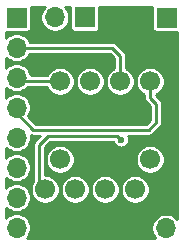
<source format=gbr>
%TF.GenerationSoftware,KiCad,Pcbnew,(5.1.8)-1*%
%TF.CreationDate,2021-01-04T21:32:55+01:00*%
%TF.ProjectId,StepstickAdaptor,53746570-7374-4696-936b-41646170746f,rev?*%
%TF.SameCoordinates,Original*%
%TF.FileFunction,Copper,L1,Top*%
%TF.FilePolarity,Positive*%
%FSLAX46Y46*%
G04 Gerber Fmt 4.6, Leading zero omitted, Abs format (unit mm)*
G04 Created by KiCad (PCBNEW (5.1.8)-1) date 2021-01-04 21:32:55*
%MOMM*%
%LPD*%
G01*
G04 APERTURE LIST*
%TA.AperFunction,ComponentPad*%
%ADD10C,1.700000*%
%TD*%
%TA.AperFunction,ComponentPad*%
%ADD11R,1.700000X1.700000*%
%TD*%
%TA.AperFunction,ComponentPad*%
%ADD12O,1.700000X1.700000*%
%TD*%
%TA.AperFunction,ViaPad*%
%ADD13C,0.600000*%
%TD*%
%TA.AperFunction,Conductor*%
%ADD14C,0.250000*%
%TD*%
%TA.AperFunction,Conductor*%
%ADD15C,0.254000*%
%TD*%
%TA.AperFunction,Conductor*%
%ADD16C,0.100000*%
%TD*%
G04 APERTURE END LIST*
D10*
%TO.P,J1,15*%
%TO.N,/sck*%
X129985000Y-83601000D03*
%TO.P,J1,13*%
%TO.N,/sdo*%
X132525000Y-83601000D03*
%TO.P,J1,11*%
%TO.N,/sdi*%
X135065000Y-83601000D03*
%TO.P,J1,9*%
%TO.N,/csn*%
X137605000Y-83601000D03*
%TO.P,J1,16*%
%TO.N,GND*%
X128715000Y-86141000D03*
%TO.P,J1,14*%
X131255000Y-86141000D03*
%TO.P,J1,12*%
X133795000Y-86141000D03*
%TO.P,J1,10*%
X136335000Y-86141000D03*
%TO.P,J1,2*%
%TO.N,/ENCN*%
X129985000Y-90201000D03*
%TO.P,J1,4*%
%TO.N,GND*%
X132525000Y-90201000D03*
%TO.P,J1,6*%
X135065000Y-90201000D03*
%TO.P,J1,8*%
%TO.N,VCC*%
X137605000Y-90201000D03*
%TO.P,J1,1*%
%TO.N,/Diag1*%
X128715000Y-92741000D03*
%TO.P,J1,3*%
%TO.N,/en*%
X131255000Y-92741000D03*
%TO.P,J1,5*%
%TO.N,/step*%
X133795000Y-92741000D03*
%TO.P,J1,7*%
%TO.N,/dir*%
X136335000Y-92741000D03*
%TD*%
D11*
%TO.P,J6,1*%
%TO.N,GND*%
X138938000Y-93472000D03*
D12*
%TO.P,J6,2*%
%TO.N,VCC*%
X138938000Y-96012000D03*
%TD*%
D11*
%TO.P,J5,1*%
%TO.N,Net-(J5-Pad1)*%
X138988800Y-78193900D03*
D12*
%TO.P,J5,2*%
%TO.N,GND*%
X138988800Y-80733900D03*
%TD*%
%TO.P,J4,2*%
%TO.N,/ENCN*%
X129540000Y-78181200D03*
D11*
%TO.P,J4,1*%
%TO.N,/Diag1*%
X132080000Y-78181200D03*
%TD*%
D12*
%TO.P,J2,8*%
%TO.N,/dir*%
X126288800Y-95973900D03*
%TO.P,J2,7*%
%TO.N,/step*%
X126288800Y-93433900D03*
%TO.P,J2,6*%
%TO.N,/sdo*%
X126288800Y-90893900D03*
%TO.P,J2,5*%
%TO.N,/clk*%
X126288800Y-88353900D03*
%TO.P,J2,4*%
%TO.N,/csn*%
X126288800Y-85813900D03*
%TO.P,J2,3*%
%TO.N,/sck*%
X126288800Y-83273900D03*
%TO.P,J2,2*%
%TO.N,/sdi*%
X126288800Y-80733900D03*
D11*
%TO.P,J2,1*%
%TO.N,/en*%
X126288800Y-78193900D03*
%TD*%
D13*
%TO.N,GND*%
X132524500Y-81851500D03*
X129984500Y-81851500D03*
X130873500Y-94361000D03*
X127762000Y-84899500D03*
X136779000Y-81851500D03*
X129032000Y-95631000D03*
X130873500Y-95631000D03*
X132588000Y-95694500D03*
X135001000Y-95694500D03*
X129032000Y-94424500D03*
X132588000Y-94297500D03*
X127952500Y-81851500D03*
%TO.N,/Diag1*%
X135128000Y-88518996D03*
%TD*%
D14*
%TO.N,/sck*%
X126615900Y-83601000D02*
X126288800Y-83273900D01*
X129985000Y-83601000D02*
X126615900Y-83601000D01*
%TO.N,/sdi*%
X135065000Y-81407500D02*
X135065000Y-83601000D01*
X134391400Y-80733900D02*
X135065000Y-81407500D01*
X126288800Y-80733900D02*
X134391400Y-80733900D01*
%TO.N,/csn*%
X126288800Y-86283800D02*
X126288800Y-85813900D01*
X127698500Y-87693500D02*
X126288800Y-86283800D01*
X137477500Y-87693500D02*
X127698500Y-87693500D01*
X138112500Y-87058500D02*
X137477500Y-87693500D01*
X138112500Y-85471000D02*
X138112500Y-87058500D01*
X137605000Y-84963500D02*
X138112500Y-85471000D01*
X137605000Y-83601000D02*
X137605000Y-84963500D01*
%TO.N,/Diag1*%
X134828001Y-88218997D02*
X135128000Y-88518996D01*
X128951003Y-88218997D02*
X134828001Y-88218997D01*
X128206500Y-88963500D02*
X128951003Y-88218997D01*
X128206500Y-92232500D02*
X128206500Y-88963500D01*
X128715000Y-92741000D02*
X128206500Y-92232500D01*
%TD*%
D15*
%TO.N,GND*%
X128583820Y-77396483D02*
X128449102Y-77598103D01*
X128356307Y-77822131D01*
X128309000Y-78059957D01*
X128309000Y-78302443D01*
X128356307Y-78540269D01*
X128449102Y-78764297D01*
X128583820Y-78965917D01*
X128755283Y-79137380D01*
X128956903Y-79272098D01*
X129180931Y-79364893D01*
X129418757Y-79412200D01*
X129661243Y-79412200D01*
X129899069Y-79364893D01*
X130123097Y-79272098D01*
X130324717Y-79137380D01*
X130496180Y-78965917D01*
X130630898Y-78764297D01*
X130723693Y-78540269D01*
X130771000Y-78302443D01*
X130771000Y-78059957D01*
X130723693Y-77822131D01*
X130630898Y-77598103D01*
X130496180Y-77396483D01*
X130404197Y-77304500D01*
X130849787Y-77304500D01*
X130847157Y-77331200D01*
X130847157Y-79031200D01*
X130854513Y-79105889D01*
X130876299Y-79177708D01*
X130911678Y-79243896D01*
X130959289Y-79301911D01*
X131017304Y-79349522D01*
X131083492Y-79384901D01*
X131155311Y-79406687D01*
X131230000Y-79414043D01*
X132930000Y-79414043D01*
X133004689Y-79406687D01*
X133076508Y-79384901D01*
X133142696Y-79349522D01*
X133200711Y-79301911D01*
X133248322Y-79243896D01*
X133283701Y-79177708D01*
X133305487Y-79105889D01*
X133312843Y-79031200D01*
X133312843Y-77331200D01*
X133310213Y-77304500D01*
X137759837Y-77304500D01*
X137755957Y-77343900D01*
X137755957Y-79043900D01*
X137763313Y-79118589D01*
X137785099Y-79190408D01*
X137820478Y-79256596D01*
X137868089Y-79314611D01*
X137926104Y-79362222D01*
X137992292Y-79397601D01*
X138064111Y-79419387D01*
X138138800Y-79426743D01*
X139838800Y-79426743D01*
X139878200Y-79422863D01*
X139878201Y-95211304D01*
X139722717Y-95055820D01*
X139521097Y-94921102D01*
X139297069Y-94828307D01*
X139059243Y-94781000D01*
X138816757Y-94781000D01*
X138578931Y-94828307D01*
X138354903Y-94921102D01*
X138153283Y-95055820D01*
X137981820Y-95227283D01*
X137847102Y-95428903D01*
X137754307Y-95652931D01*
X137707000Y-95890757D01*
X137707000Y-96133243D01*
X137754307Y-96371069D01*
X137847102Y-96595097D01*
X137981820Y-96796717D01*
X138010303Y-96825200D01*
X127178397Y-96825200D01*
X127244980Y-96758617D01*
X127379698Y-96556997D01*
X127472493Y-96332969D01*
X127519800Y-96095143D01*
X127519800Y-95852657D01*
X127472493Y-95614831D01*
X127379698Y-95390803D01*
X127244980Y-95189183D01*
X127073517Y-95017720D01*
X126871897Y-94883002D01*
X126647869Y-94790207D01*
X126410043Y-94742900D01*
X126167557Y-94742900D01*
X125929731Y-94790207D01*
X125705703Y-94883002D01*
X125504083Y-95017720D01*
X125386700Y-95135103D01*
X125386700Y-94272697D01*
X125504083Y-94390080D01*
X125705703Y-94524798D01*
X125929731Y-94617593D01*
X126167557Y-94664900D01*
X126410043Y-94664900D01*
X126647869Y-94617593D01*
X126871897Y-94524798D01*
X127073517Y-94390080D01*
X127244980Y-94218617D01*
X127379698Y-94016997D01*
X127472493Y-93792969D01*
X127519800Y-93555143D01*
X127519800Y-93312657D01*
X127472493Y-93074831D01*
X127379698Y-92850803D01*
X127244980Y-92649183D01*
X127073517Y-92477720D01*
X126871897Y-92343002D01*
X126647869Y-92250207D01*
X126410043Y-92202900D01*
X126167557Y-92202900D01*
X125929731Y-92250207D01*
X125705703Y-92343002D01*
X125504083Y-92477720D01*
X125386700Y-92595103D01*
X125386700Y-91732697D01*
X125504083Y-91850080D01*
X125705703Y-91984798D01*
X125929731Y-92077593D01*
X126167557Y-92124900D01*
X126410043Y-92124900D01*
X126647869Y-92077593D01*
X126871897Y-91984798D01*
X127073517Y-91850080D01*
X127244980Y-91678617D01*
X127379698Y-91476997D01*
X127472493Y-91252969D01*
X127519800Y-91015143D01*
X127519800Y-90772657D01*
X127472493Y-90534831D01*
X127379698Y-90310803D01*
X127244980Y-90109183D01*
X127073517Y-89937720D01*
X126871897Y-89803002D01*
X126647869Y-89710207D01*
X126410043Y-89662900D01*
X126167557Y-89662900D01*
X125929731Y-89710207D01*
X125705703Y-89803002D01*
X125504083Y-89937720D01*
X125386700Y-90055103D01*
X125386700Y-89192697D01*
X125504083Y-89310080D01*
X125705703Y-89444798D01*
X125929731Y-89537593D01*
X126167557Y-89584900D01*
X126410043Y-89584900D01*
X126647869Y-89537593D01*
X126871897Y-89444798D01*
X127073517Y-89310080D01*
X127244980Y-89138617D01*
X127379698Y-88936997D01*
X127472493Y-88712969D01*
X127519800Y-88475143D01*
X127519800Y-88232657D01*
X127506126Y-88163913D01*
X127599307Y-88192178D01*
X127698500Y-88201948D01*
X127723354Y-88199500D01*
X128254908Y-88199500D01*
X127866280Y-88588129D01*
X127846974Y-88603973D01*
X127783742Y-88681021D01*
X127779615Y-88688742D01*
X127736755Y-88768926D01*
X127707822Y-88864308D01*
X127698053Y-88963500D01*
X127700501Y-88988356D01*
X127700500Y-92043565D01*
X127624102Y-92157903D01*
X127531307Y-92381931D01*
X127484000Y-92619757D01*
X127484000Y-92862243D01*
X127531307Y-93100069D01*
X127624102Y-93324097D01*
X127758820Y-93525717D01*
X127930283Y-93697180D01*
X128131903Y-93831898D01*
X128355931Y-93924693D01*
X128593757Y-93972000D01*
X128836243Y-93972000D01*
X129074069Y-93924693D01*
X129298097Y-93831898D01*
X129499717Y-93697180D01*
X129671180Y-93525717D01*
X129805898Y-93324097D01*
X129898693Y-93100069D01*
X129946000Y-92862243D01*
X129946000Y-92619757D01*
X130024000Y-92619757D01*
X130024000Y-92862243D01*
X130071307Y-93100069D01*
X130164102Y-93324097D01*
X130298820Y-93525717D01*
X130470283Y-93697180D01*
X130671903Y-93831898D01*
X130895931Y-93924693D01*
X131133757Y-93972000D01*
X131376243Y-93972000D01*
X131614069Y-93924693D01*
X131838097Y-93831898D01*
X132039717Y-93697180D01*
X132211180Y-93525717D01*
X132345898Y-93324097D01*
X132438693Y-93100069D01*
X132486000Y-92862243D01*
X132486000Y-92619757D01*
X132564000Y-92619757D01*
X132564000Y-92862243D01*
X132611307Y-93100069D01*
X132704102Y-93324097D01*
X132838820Y-93525717D01*
X133010283Y-93697180D01*
X133211903Y-93831898D01*
X133435931Y-93924693D01*
X133673757Y-93972000D01*
X133916243Y-93972000D01*
X134154069Y-93924693D01*
X134378097Y-93831898D01*
X134579717Y-93697180D01*
X134751180Y-93525717D01*
X134885898Y-93324097D01*
X134978693Y-93100069D01*
X135026000Y-92862243D01*
X135026000Y-92619757D01*
X135104000Y-92619757D01*
X135104000Y-92862243D01*
X135151307Y-93100069D01*
X135244102Y-93324097D01*
X135378820Y-93525717D01*
X135550283Y-93697180D01*
X135751903Y-93831898D01*
X135975931Y-93924693D01*
X136213757Y-93972000D01*
X136456243Y-93972000D01*
X136694069Y-93924693D01*
X136918097Y-93831898D01*
X137119717Y-93697180D01*
X137291180Y-93525717D01*
X137425898Y-93324097D01*
X137518693Y-93100069D01*
X137566000Y-92862243D01*
X137566000Y-92619757D01*
X137518693Y-92381931D01*
X137425898Y-92157903D01*
X137291180Y-91956283D01*
X137119717Y-91784820D01*
X136918097Y-91650102D01*
X136694069Y-91557307D01*
X136456243Y-91510000D01*
X136213757Y-91510000D01*
X135975931Y-91557307D01*
X135751903Y-91650102D01*
X135550283Y-91784820D01*
X135378820Y-91956283D01*
X135244102Y-92157903D01*
X135151307Y-92381931D01*
X135104000Y-92619757D01*
X135026000Y-92619757D01*
X134978693Y-92381931D01*
X134885898Y-92157903D01*
X134751180Y-91956283D01*
X134579717Y-91784820D01*
X134378097Y-91650102D01*
X134154069Y-91557307D01*
X133916243Y-91510000D01*
X133673757Y-91510000D01*
X133435931Y-91557307D01*
X133211903Y-91650102D01*
X133010283Y-91784820D01*
X132838820Y-91956283D01*
X132704102Y-92157903D01*
X132611307Y-92381931D01*
X132564000Y-92619757D01*
X132486000Y-92619757D01*
X132438693Y-92381931D01*
X132345898Y-92157903D01*
X132211180Y-91956283D01*
X132039717Y-91784820D01*
X131838097Y-91650102D01*
X131614069Y-91557307D01*
X131376243Y-91510000D01*
X131133757Y-91510000D01*
X130895931Y-91557307D01*
X130671903Y-91650102D01*
X130470283Y-91784820D01*
X130298820Y-91956283D01*
X130164102Y-92157903D01*
X130071307Y-92381931D01*
X130024000Y-92619757D01*
X129946000Y-92619757D01*
X129898693Y-92381931D01*
X129805898Y-92157903D01*
X129671180Y-91956283D01*
X129499717Y-91784820D01*
X129298097Y-91650102D01*
X129074069Y-91557307D01*
X128836243Y-91510000D01*
X128712500Y-91510000D01*
X128712500Y-90079757D01*
X128754000Y-90079757D01*
X128754000Y-90322243D01*
X128801307Y-90560069D01*
X128894102Y-90784097D01*
X129028820Y-90985717D01*
X129200283Y-91157180D01*
X129401903Y-91291898D01*
X129625931Y-91384693D01*
X129863757Y-91432000D01*
X130106243Y-91432000D01*
X130344069Y-91384693D01*
X130568097Y-91291898D01*
X130769717Y-91157180D01*
X130941180Y-90985717D01*
X131075898Y-90784097D01*
X131168693Y-90560069D01*
X131216000Y-90322243D01*
X131216000Y-90079757D01*
X136374000Y-90079757D01*
X136374000Y-90322243D01*
X136421307Y-90560069D01*
X136514102Y-90784097D01*
X136648820Y-90985717D01*
X136820283Y-91157180D01*
X137021903Y-91291898D01*
X137245931Y-91384693D01*
X137483757Y-91432000D01*
X137726243Y-91432000D01*
X137964069Y-91384693D01*
X138188097Y-91291898D01*
X138389717Y-91157180D01*
X138561180Y-90985717D01*
X138695898Y-90784097D01*
X138788693Y-90560069D01*
X138836000Y-90322243D01*
X138836000Y-90079757D01*
X138788693Y-89841931D01*
X138695898Y-89617903D01*
X138561180Y-89416283D01*
X138389717Y-89244820D01*
X138188097Y-89110102D01*
X137964069Y-89017307D01*
X137726243Y-88970000D01*
X137483757Y-88970000D01*
X137245931Y-89017307D01*
X137021903Y-89110102D01*
X136820283Y-89244820D01*
X136648820Y-89416283D01*
X136514102Y-89617903D01*
X136421307Y-89841931D01*
X136374000Y-90079757D01*
X131216000Y-90079757D01*
X131168693Y-89841931D01*
X131075898Y-89617903D01*
X130941180Y-89416283D01*
X130769717Y-89244820D01*
X130568097Y-89110102D01*
X130344069Y-89017307D01*
X130106243Y-88970000D01*
X129863757Y-88970000D01*
X129625931Y-89017307D01*
X129401903Y-89110102D01*
X129200283Y-89244820D01*
X129028820Y-89416283D01*
X128894102Y-89617903D01*
X128801307Y-89841931D01*
X128754000Y-90079757D01*
X128712500Y-90079757D01*
X128712500Y-89173091D01*
X129160595Y-88724997D01*
X134476220Y-88724997D01*
X134524506Y-88841570D01*
X134599033Y-88953108D01*
X134693888Y-89047963D01*
X134805426Y-89122490D01*
X134929360Y-89173825D01*
X135060927Y-89199996D01*
X135195073Y-89199996D01*
X135326640Y-89173825D01*
X135450574Y-89122490D01*
X135562112Y-89047963D01*
X135656967Y-88953108D01*
X135731494Y-88841570D01*
X135782829Y-88717636D01*
X135809000Y-88586069D01*
X135809000Y-88451923D01*
X135782829Y-88320356D01*
X135732769Y-88199500D01*
X137452654Y-88199500D01*
X137477500Y-88201947D01*
X137502346Y-88199500D01*
X137502354Y-88199500D01*
X137576693Y-88192178D01*
X137672075Y-88163245D01*
X137759979Y-88116259D01*
X137837027Y-88053027D01*
X137852876Y-88033715D01*
X138452720Y-87433872D01*
X138472027Y-87418027D01*
X138535259Y-87340979D01*
X138582245Y-87253075D01*
X138611178Y-87157693D01*
X138618500Y-87083354D01*
X138620948Y-87058500D01*
X138618500Y-87033646D01*
X138618500Y-85495845D01*
X138620947Y-85470999D01*
X138618500Y-85446153D01*
X138618500Y-85446146D01*
X138611178Y-85371807D01*
X138582245Y-85276425D01*
X138535259Y-85188521D01*
X138472027Y-85111473D01*
X138452720Y-85095628D01*
X138111000Y-84753909D01*
X138111000Y-84723832D01*
X138188097Y-84691898D01*
X138389717Y-84557180D01*
X138561180Y-84385717D01*
X138695898Y-84184097D01*
X138788693Y-83960069D01*
X138836000Y-83722243D01*
X138836000Y-83479757D01*
X138788693Y-83241931D01*
X138695898Y-83017903D01*
X138561180Y-82816283D01*
X138389717Y-82644820D01*
X138188097Y-82510102D01*
X137964069Y-82417307D01*
X137726243Y-82370000D01*
X137483757Y-82370000D01*
X137245931Y-82417307D01*
X137021903Y-82510102D01*
X136820283Y-82644820D01*
X136648820Y-82816283D01*
X136514102Y-83017903D01*
X136421307Y-83241931D01*
X136374000Y-83479757D01*
X136374000Y-83722243D01*
X136421307Y-83960069D01*
X136514102Y-84184097D01*
X136648820Y-84385717D01*
X136820283Y-84557180D01*
X137021903Y-84691898D01*
X137099001Y-84723833D01*
X137099001Y-84938644D01*
X137096553Y-84963500D01*
X137106322Y-85062692D01*
X137135255Y-85158074D01*
X137135256Y-85158075D01*
X137182242Y-85245979D01*
X137245474Y-85323027D01*
X137264780Y-85338871D01*
X137606500Y-85680592D01*
X137606501Y-86848907D01*
X137267909Y-87187500D01*
X127908092Y-87187500D01*
X127274712Y-86554120D01*
X127379698Y-86396997D01*
X127472493Y-86172969D01*
X127519800Y-85935143D01*
X127519800Y-85692657D01*
X127472493Y-85454831D01*
X127379698Y-85230803D01*
X127244980Y-85029183D01*
X127073517Y-84857720D01*
X126871897Y-84723002D01*
X126647869Y-84630207D01*
X126410043Y-84582900D01*
X126167557Y-84582900D01*
X125929731Y-84630207D01*
X125705703Y-84723002D01*
X125504083Y-84857720D01*
X125386700Y-84975103D01*
X125386700Y-84112697D01*
X125504083Y-84230080D01*
X125705703Y-84364798D01*
X125929731Y-84457593D01*
X126167557Y-84504900D01*
X126410043Y-84504900D01*
X126647869Y-84457593D01*
X126871897Y-84364798D01*
X127073517Y-84230080D01*
X127196597Y-84107000D01*
X128862168Y-84107000D01*
X128894102Y-84184097D01*
X129028820Y-84385717D01*
X129200283Y-84557180D01*
X129401903Y-84691898D01*
X129625931Y-84784693D01*
X129863757Y-84832000D01*
X130106243Y-84832000D01*
X130344069Y-84784693D01*
X130568097Y-84691898D01*
X130769717Y-84557180D01*
X130941180Y-84385717D01*
X131075898Y-84184097D01*
X131168693Y-83960069D01*
X131216000Y-83722243D01*
X131216000Y-83479757D01*
X131294000Y-83479757D01*
X131294000Y-83722243D01*
X131341307Y-83960069D01*
X131434102Y-84184097D01*
X131568820Y-84385717D01*
X131740283Y-84557180D01*
X131941903Y-84691898D01*
X132165931Y-84784693D01*
X132403757Y-84832000D01*
X132646243Y-84832000D01*
X132884069Y-84784693D01*
X133108097Y-84691898D01*
X133309717Y-84557180D01*
X133481180Y-84385717D01*
X133615898Y-84184097D01*
X133708693Y-83960069D01*
X133756000Y-83722243D01*
X133756000Y-83479757D01*
X133708693Y-83241931D01*
X133615898Y-83017903D01*
X133481180Y-82816283D01*
X133309717Y-82644820D01*
X133108097Y-82510102D01*
X132884069Y-82417307D01*
X132646243Y-82370000D01*
X132403757Y-82370000D01*
X132165931Y-82417307D01*
X131941903Y-82510102D01*
X131740283Y-82644820D01*
X131568820Y-82816283D01*
X131434102Y-83017903D01*
X131341307Y-83241931D01*
X131294000Y-83479757D01*
X131216000Y-83479757D01*
X131168693Y-83241931D01*
X131075898Y-83017903D01*
X130941180Y-82816283D01*
X130769717Y-82644820D01*
X130568097Y-82510102D01*
X130344069Y-82417307D01*
X130106243Y-82370000D01*
X129863757Y-82370000D01*
X129625931Y-82417307D01*
X129401903Y-82510102D01*
X129200283Y-82644820D01*
X129028820Y-82816283D01*
X128894102Y-83017903D01*
X128862168Y-83095000D01*
X127508331Y-83095000D01*
X127472493Y-82914831D01*
X127379698Y-82690803D01*
X127244980Y-82489183D01*
X127073517Y-82317720D01*
X126871897Y-82183002D01*
X126647869Y-82090207D01*
X126410043Y-82042900D01*
X126167557Y-82042900D01*
X125929731Y-82090207D01*
X125705703Y-82183002D01*
X125504083Y-82317720D01*
X125386700Y-82435103D01*
X125386700Y-81572697D01*
X125504083Y-81690080D01*
X125705703Y-81824798D01*
X125929731Y-81917593D01*
X126167557Y-81964900D01*
X126410043Y-81964900D01*
X126647869Y-81917593D01*
X126871897Y-81824798D01*
X127073517Y-81690080D01*
X127244980Y-81518617D01*
X127379698Y-81316997D01*
X127411632Y-81239900D01*
X134181809Y-81239900D01*
X134559000Y-81617092D01*
X134559000Y-82478167D01*
X134481903Y-82510102D01*
X134280283Y-82644820D01*
X134108820Y-82816283D01*
X133974102Y-83017903D01*
X133881307Y-83241931D01*
X133834000Y-83479757D01*
X133834000Y-83722243D01*
X133881307Y-83960069D01*
X133974102Y-84184097D01*
X134108820Y-84385717D01*
X134280283Y-84557180D01*
X134481903Y-84691898D01*
X134705931Y-84784693D01*
X134943757Y-84832000D01*
X135186243Y-84832000D01*
X135424069Y-84784693D01*
X135648097Y-84691898D01*
X135849717Y-84557180D01*
X136021180Y-84385717D01*
X136155898Y-84184097D01*
X136248693Y-83960069D01*
X136296000Y-83722243D01*
X136296000Y-83479757D01*
X136248693Y-83241931D01*
X136155898Y-83017903D01*
X136021180Y-82816283D01*
X135849717Y-82644820D01*
X135648097Y-82510102D01*
X135571000Y-82478168D01*
X135571000Y-81432345D01*
X135573447Y-81407499D01*
X135571000Y-81382653D01*
X135571000Y-81382646D01*
X135563678Y-81308307D01*
X135534745Y-81212925D01*
X135487759Y-81125021D01*
X135424527Y-81047973D01*
X135405220Y-81032128D01*
X134766776Y-80393685D01*
X134750927Y-80374373D01*
X134673879Y-80311141D01*
X134585975Y-80264155D01*
X134490593Y-80235222D01*
X134416254Y-80227900D01*
X134416246Y-80227900D01*
X134391400Y-80225453D01*
X134366554Y-80227900D01*
X127411632Y-80227900D01*
X127379698Y-80150803D01*
X127244980Y-79949183D01*
X127073517Y-79777720D01*
X126871897Y-79643002D01*
X126647869Y-79550207D01*
X126410043Y-79502900D01*
X126167557Y-79502900D01*
X125929731Y-79550207D01*
X125705703Y-79643002D01*
X125504083Y-79777720D01*
X125386700Y-79895103D01*
X125386700Y-79421612D01*
X125438800Y-79426743D01*
X127138800Y-79426743D01*
X127213489Y-79419387D01*
X127285308Y-79397601D01*
X127351496Y-79362222D01*
X127409511Y-79314611D01*
X127457122Y-79256596D01*
X127492501Y-79190408D01*
X127514287Y-79118589D01*
X127521643Y-79043900D01*
X127521643Y-77343900D01*
X127517763Y-77304500D01*
X128675803Y-77304500D01*
X128583820Y-77396483D01*
%TA.AperFunction,Conductor*%
D16*
G36*
X128583820Y-77396483D02*
G01*
X128449102Y-77598103D01*
X128356307Y-77822131D01*
X128309000Y-78059957D01*
X128309000Y-78302443D01*
X128356307Y-78540269D01*
X128449102Y-78764297D01*
X128583820Y-78965917D01*
X128755283Y-79137380D01*
X128956903Y-79272098D01*
X129180931Y-79364893D01*
X129418757Y-79412200D01*
X129661243Y-79412200D01*
X129899069Y-79364893D01*
X130123097Y-79272098D01*
X130324717Y-79137380D01*
X130496180Y-78965917D01*
X130630898Y-78764297D01*
X130723693Y-78540269D01*
X130771000Y-78302443D01*
X130771000Y-78059957D01*
X130723693Y-77822131D01*
X130630898Y-77598103D01*
X130496180Y-77396483D01*
X130404197Y-77304500D01*
X130849787Y-77304500D01*
X130847157Y-77331200D01*
X130847157Y-79031200D01*
X130854513Y-79105889D01*
X130876299Y-79177708D01*
X130911678Y-79243896D01*
X130959289Y-79301911D01*
X131017304Y-79349522D01*
X131083492Y-79384901D01*
X131155311Y-79406687D01*
X131230000Y-79414043D01*
X132930000Y-79414043D01*
X133004689Y-79406687D01*
X133076508Y-79384901D01*
X133142696Y-79349522D01*
X133200711Y-79301911D01*
X133248322Y-79243896D01*
X133283701Y-79177708D01*
X133305487Y-79105889D01*
X133312843Y-79031200D01*
X133312843Y-77331200D01*
X133310213Y-77304500D01*
X137759837Y-77304500D01*
X137755957Y-77343900D01*
X137755957Y-79043900D01*
X137763313Y-79118589D01*
X137785099Y-79190408D01*
X137820478Y-79256596D01*
X137868089Y-79314611D01*
X137926104Y-79362222D01*
X137992292Y-79397601D01*
X138064111Y-79419387D01*
X138138800Y-79426743D01*
X139838800Y-79426743D01*
X139878200Y-79422863D01*
X139878201Y-95211304D01*
X139722717Y-95055820D01*
X139521097Y-94921102D01*
X139297069Y-94828307D01*
X139059243Y-94781000D01*
X138816757Y-94781000D01*
X138578931Y-94828307D01*
X138354903Y-94921102D01*
X138153283Y-95055820D01*
X137981820Y-95227283D01*
X137847102Y-95428903D01*
X137754307Y-95652931D01*
X137707000Y-95890757D01*
X137707000Y-96133243D01*
X137754307Y-96371069D01*
X137847102Y-96595097D01*
X137981820Y-96796717D01*
X138010303Y-96825200D01*
X127178397Y-96825200D01*
X127244980Y-96758617D01*
X127379698Y-96556997D01*
X127472493Y-96332969D01*
X127519800Y-96095143D01*
X127519800Y-95852657D01*
X127472493Y-95614831D01*
X127379698Y-95390803D01*
X127244980Y-95189183D01*
X127073517Y-95017720D01*
X126871897Y-94883002D01*
X126647869Y-94790207D01*
X126410043Y-94742900D01*
X126167557Y-94742900D01*
X125929731Y-94790207D01*
X125705703Y-94883002D01*
X125504083Y-95017720D01*
X125386700Y-95135103D01*
X125386700Y-94272697D01*
X125504083Y-94390080D01*
X125705703Y-94524798D01*
X125929731Y-94617593D01*
X126167557Y-94664900D01*
X126410043Y-94664900D01*
X126647869Y-94617593D01*
X126871897Y-94524798D01*
X127073517Y-94390080D01*
X127244980Y-94218617D01*
X127379698Y-94016997D01*
X127472493Y-93792969D01*
X127519800Y-93555143D01*
X127519800Y-93312657D01*
X127472493Y-93074831D01*
X127379698Y-92850803D01*
X127244980Y-92649183D01*
X127073517Y-92477720D01*
X126871897Y-92343002D01*
X126647869Y-92250207D01*
X126410043Y-92202900D01*
X126167557Y-92202900D01*
X125929731Y-92250207D01*
X125705703Y-92343002D01*
X125504083Y-92477720D01*
X125386700Y-92595103D01*
X125386700Y-91732697D01*
X125504083Y-91850080D01*
X125705703Y-91984798D01*
X125929731Y-92077593D01*
X126167557Y-92124900D01*
X126410043Y-92124900D01*
X126647869Y-92077593D01*
X126871897Y-91984798D01*
X127073517Y-91850080D01*
X127244980Y-91678617D01*
X127379698Y-91476997D01*
X127472493Y-91252969D01*
X127519800Y-91015143D01*
X127519800Y-90772657D01*
X127472493Y-90534831D01*
X127379698Y-90310803D01*
X127244980Y-90109183D01*
X127073517Y-89937720D01*
X126871897Y-89803002D01*
X126647869Y-89710207D01*
X126410043Y-89662900D01*
X126167557Y-89662900D01*
X125929731Y-89710207D01*
X125705703Y-89803002D01*
X125504083Y-89937720D01*
X125386700Y-90055103D01*
X125386700Y-89192697D01*
X125504083Y-89310080D01*
X125705703Y-89444798D01*
X125929731Y-89537593D01*
X126167557Y-89584900D01*
X126410043Y-89584900D01*
X126647869Y-89537593D01*
X126871897Y-89444798D01*
X127073517Y-89310080D01*
X127244980Y-89138617D01*
X127379698Y-88936997D01*
X127472493Y-88712969D01*
X127519800Y-88475143D01*
X127519800Y-88232657D01*
X127506126Y-88163913D01*
X127599307Y-88192178D01*
X127698500Y-88201948D01*
X127723354Y-88199500D01*
X128254908Y-88199500D01*
X127866280Y-88588129D01*
X127846974Y-88603973D01*
X127783742Y-88681021D01*
X127779615Y-88688742D01*
X127736755Y-88768926D01*
X127707822Y-88864308D01*
X127698053Y-88963500D01*
X127700501Y-88988356D01*
X127700500Y-92043565D01*
X127624102Y-92157903D01*
X127531307Y-92381931D01*
X127484000Y-92619757D01*
X127484000Y-92862243D01*
X127531307Y-93100069D01*
X127624102Y-93324097D01*
X127758820Y-93525717D01*
X127930283Y-93697180D01*
X128131903Y-93831898D01*
X128355931Y-93924693D01*
X128593757Y-93972000D01*
X128836243Y-93972000D01*
X129074069Y-93924693D01*
X129298097Y-93831898D01*
X129499717Y-93697180D01*
X129671180Y-93525717D01*
X129805898Y-93324097D01*
X129898693Y-93100069D01*
X129946000Y-92862243D01*
X129946000Y-92619757D01*
X130024000Y-92619757D01*
X130024000Y-92862243D01*
X130071307Y-93100069D01*
X130164102Y-93324097D01*
X130298820Y-93525717D01*
X130470283Y-93697180D01*
X130671903Y-93831898D01*
X130895931Y-93924693D01*
X131133757Y-93972000D01*
X131376243Y-93972000D01*
X131614069Y-93924693D01*
X131838097Y-93831898D01*
X132039717Y-93697180D01*
X132211180Y-93525717D01*
X132345898Y-93324097D01*
X132438693Y-93100069D01*
X132486000Y-92862243D01*
X132486000Y-92619757D01*
X132564000Y-92619757D01*
X132564000Y-92862243D01*
X132611307Y-93100069D01*
X132704102Y-93324097D01*
X132838820Y-93525717D01*
X133010283Y-93697180D01*
X133211903Y-93831898D01*
X133435931Y-93924693D01*
X133673757Y-93972000D01*
X133916243Y-93972000D01*
X134154069Y-93924693D01*
X134378097Y-93831898D01*
X134579717Y-93697180D01*
X134751180Y-93525717D01*
X134885898Y-93324097D01*
X134978693Y-93100069D01*
X135026000Y-92862243D01*
X135026000Y-92619757D01*
X135104000Y-92619757D01*
X135104000Y-92862243D01*
X135151307Y-93100069D01*
X135244102Y-93324097D01*
X135378820Y-93525717D01*
X135550283Y-93697180D01*
X135751903Y-93831898D01*
X135975931Y-93924693D01*
X136213757Y-93972000D01*
X136456243Y-93972000D01*
X136694069Y-93924693D01*
X136918097Y-93831898D01*
X137119717Y-93697180D01*
X137291180Y-93525717D01*
X137425898Y-93324097D01*
X137518693Y-93100069D01*
X137566000Y-92862243D01*
X137566000Y-92619757D01*
X137518693Y-92381931D01*
X137425898Y-92157903D01*
X137291180Y-91956283D01*
X137119717Y-91784820D01*
X136918097Y-91650102D01*
X136694069Y-91557307D01*
X136456243Y-91510000D01*
X136213757Y-91510000D01*
X135975931Y-91557307D01*
X135751903Y-91650102D01*
X135550283Y-91784820D01*
X135378820Y-91956283D01*
X135244102Y-92157903D01*
X135151307Y-92381931D01*
X135104000Y-92619757D01*
X135026000Y-92619757D01*
X134978693Y-92381931D01*
X134885898Y-92157903D01*
X134751180Y-91956283D01*
X134579717Y-91784820D01*
X134378097Y-91650102D01*
X134154069Y-91557307D01*
X133916243Y-91510000D01*
X133673757Y-91510000D01*
X133435931Y-91557307D01*
X133211903Y-91650102D01*
X133010283Y-91784820D01*
X132838820Y-91956283D01*
X132704102Y-92157903D01*
X132611307Y-92381931D01*
X132564000Y-92619757D01*
X132486000Y-92619757D01*
X132438693Y-92381931D01*
X132345898Y-92157903D01*
X132211180Y-91956283D01*
X132039717Y-91784820D01*
X131838097Y-91650102D01*
X131614069Y-91557307D01*
X131376243Y-91510000D01*
X131133757Y-91510000D01*
X130895931Y-91557307D01*
X130671903Y-91650102D01*
X130470283Y-91784820D01*
X130298820Y-91956283D01*
X130164102Y-92157903D01*
X130071307Y-92381931D01*
X130024000Y-92619757D01*
X129946000Y-92619757D01*
X129898693Y-92381931D01*
X129805898Y-92157903D01*
X129671180Y-91956283D01*
X129499717Y-91784820D01*
X129298097Y-91650102D01*
X129074069Y-91557307D01*
X128836243Y-91510000D01*
X128712500Y-91510000D01*
X128712500Y-90079757D01*
X128754000Y-90079757D01*
X128754000Y-90322243D01*
X128801307Y-90560069D01*
X128894102Y-90784097D01*
X129028820Y-90985717D01*
X129200283Y-91157180D01*
X129401903Y-91291898D01*
X129625931Y-91384693D01*
X129863757Y-91432000D01*
X130106243Y-91432000D01*
X130344069Y-91384693D01*
X130568097Y-91291898D01*
X130769717Y-91157180D01*
X130941180Y-90985717D01*
X131075898Y-90784097D01*
X131168693Y-90560069D01*
X131216000Y-90322243D01*
X131216000Y-90079757D01*
X136374000Y-90079757D01*
X136374000Y-90322243D01*
X136421307Y-90560069D01*
X136514102Y-90784097D01*
X136648820Y-90985717D01*
X136820283Y-91157180D01*
X137021903Y-91291898D01*
X137245931Y-91384693D01*
X137483757Y-91432000D01*
X137726243Y-91432000D01*
X137964069Y-91384693D01*
X138188097Y-91291898D01*
X138389717Y-91157180D01*
X138561180Y-90985717D01*
X138695898Y-90784097D01*
X138788693Y-90560069D01*
X138836000Y-90322243D01*
X138836000Y-90079757D01*
X138788693Y-89841931D01*
X138695898Y-89617903D01*
X138561180Y-89416283D01*
X138389717Y-89244820D01*
X138188097Y-89110102D01*
X137964069Y-89017307D01*
X137726243Y-88970000D01*
X137483757Y-88970000D01*
X137245931Y-89017307D01*
X137021903Y-89110102D01*
X136820283Y-89244820D01*
X136648820Y-89416283D01*
X136514102Y-89617903D01*
X136421307Y-89841931D01*
X136374000Y-90079757D01*
X131216000Y-90079757D01*
X131168693Y-89841931D01*
X131075898Y-89617903D01*
X130941180Y-89416283D01*
X130769717Y-89244820D01*
X130568097Y-89110102D01*
X130344069Y-89017307D01*
X130106243Y-88970000D01*
X129863757Y-88970000D01*
X129625931Y-89017307D01*
X129401903Y-89110102D01*
X129200283Y-89244820D01*
X129028820Y-89416283D01*
X128894102Y-89617903D01*
X128801307Y-89841931D01*
X128754000Y-90079757D01*
X128712500Y-90079757D01*
X128712500Y-89173091D01*
X129160595Y-88724997D01*
X134476220Y-88724997D01*
X134524506Y-88841570D01*
X134599033Y-88953108D01*
X134693888Y-89047963D01*
X134805426Y-89122490D01*
X134929360Y-89173825D01*
X135060927Y-89199996D01*
X135195073Y-89199996D01*
X135326640Y-89173825D01*
X135450574Y-89122490D01*
X135562112Y-89047963D01*
X135656967Y-88953108D01*
X135731494Y-88841570D01*
X135782829Y-88717636D01*
X135809000Y-88586069D01*
X135809000Y-88451923D01*
X135782829Y-88320356D01*
X135732769Y-88199500D01*
X137452654Y-88199500D01*
X137477500Y-88201947D01*
X137502346Y-88199500D01*
X137502354Y-88199500D01*
X137576693Y-88192178D01*
X137672075Y-88163245D01*
X137759979Y-88116259D01*
X137837027Y-88053027D01*
X137852876Y-88033715D01*
X138452720Y-87433872D01*
X138472027Y-87418027D01*
X138535259Y-87340979D01*
X138582245Y-87253075D01*
X138611178Y-87157693D01*
X138618500Y-87083354D01*
X138620948Y-87058500D01*
X138618500Y-87033646D01*
X138618500Y-85495845D01*
X138620947Y-85470999D01*
X138618500Y-85446153D01*
X138618500Y-85446146D01*
X138611178Y-85371807D01*
X138582245Y-85276425D01*
X138535259Y-85188521D01*
X138472027Y-85111473D01*
X138452720Y-85095628D01*
X138111000Y-84753909D01*
X138111000Y-84723832D01*
X138188097Y-84691898D01*
X138389717Y-84557180D01*
X138561180Y-84385717D01*
X138695898Y-84184097D01*
X138788693Y-83960069D01*
X138836000Y-83722243D01*
X138836000Y-83479757D01*
X138788693Y-83241931D01*
X138695898Y-83017903D01*
X138561180Y-82816283D01*
X138389717Y-82644820D01*
X138188097Y-82510102D01*
X137964069Y-82417307D01*
X137726243Y-82370000D01*
X137483757Y-82370000D01*
X137245931Y-82417307D01*
X137021903Y-82510102D01*
X136820283Y-82644820D01*
X136648820Y-82816283D01*
X136514102Y-83017903D01*
X136421307Y-83241931D01*
X136374000Y-83479757D01*
X136374000Y-83722243D01*
X136421307Y-83960069D01*
X136514102Y-84184097D01*
X136648820Y-84385717D01*
X136820283Y-84557180D01*
X137021903Y-84691898D01*
X137099001Y-84723833D01*
X137099001Y-84938644D01*
X137096553Y-84963500D01*
X137106322Y-85062692D01*
X137135255Y-85158074D01*
X137135256Y-85158075D01*
X137182242Y-85245979D01*
X137245474Y-85323027D01*
X137264780Y-85338871D01*
X137606500Y-85680592D01*
X137606501Y-86848907D01*
X137267909Y-87187500D01*
X127908092Y-87187500D01*
X127274712Y-86554120D01*
X127379698Y-86396997D01*
X127472493Y-86172969D01*
X127519800Y-85935143D01*
X127519800Y-85692657D01*
X127472493Y-85454831D01*
X127379698Y-85230803D01*
X127244980Y-85029183D01*
X127073517Y-84857720D01*
X126871897Y-84723002D01*
X126647869Y-84630207D01*
X126410043Y-84582900D01*
X126167557Y-84582900D01*
X125929731Y-84630207D01*
X125705703Y-84723002D01*
X125504083Y-84857720D01*
X125386700Y-84975103D01*
X125386700Y-84112697D01*
X125504083Y-84230080D01*
X125705703Y-84364798D01*
X125929731Y-84457593D01*
X126167557Y-84504900D01*
X126410043Y-84504900D01*
X126647869Y-84457593D01*
X126871897Y-84364798D01*
X127073517Y-84230080D01*
X127196597Y-84107000D01*
X128862168Y-84107000D01*
X128894102Y-84184097D01*
X129028820Y-84385717D01*
X129200283Y-84557180D01*
X129401903Y-84691898D01*
X129625931Y-84784693D01*
X129863757Y-84832000D01*
X130106243Y-84832000D01*
X130344069Y-84784693D01*
X130568097Y-84691898D01*
X130769717Y-84557180D01*
X130941180Y-84385717D01*
X131075898Y-84184097D01*
X131168693Y-83960069D01*
X131216000Y-83722243D01*
X131216000Y-83479757D01*
X131294000Y-83479757D01*
X131294000Y-83722243D01*
X131341307Y-83960069D01*
X131434102Y-84184097D01*
X131568820Y-84385717D01*
X131740283Y-84557180D01*
X131941903Y-84691898D01*
X132165931Y-84784693D01*
X132403757Y-84832000D01*
X132646243Y-84832000D01*
X132884069Y-84784693D01*
X133108097Y-84691898D01*
X133309717Y-84557180D01*
X133481180Y-84385717D01*
X133615898Y-84184097D01*
X133708693Y-83960069D01*
X133756000Y-83722243D01*
X133756000Y-83479757D01*
X133708693Y-83241931D01*
X133615898Y-83017903D01*
X133481180Y-82816283D01*
X133309717Y-82644820D01*
X133108097Y-82510102D01*
X132884069Y-82417307D01*
X132646243Y-82370000D01*
X132403757Y-82370000D01*
X132165931Y-82417307D01*
X131941903Y-82510102D01*
X131740283Y-82644820D01*
X131568820Y-82816283D01*
X131434102Y-83017903D01*
X131341307Y-83241931D01*
X131294000Y-83479757D01*
X131216000Y-83479757D01*
X131168693Y-83241931D01*
X131075898Y-83017903D01*
X130941180Y-82816283D01*
X130769717Y-82644820D01*
X130568097Y-82510102D01*
X130344069Y-82417307D01*
X130106243Y-82370000D01*
X129863757Y-82370000D01*
X129625931Y-82417307D01*
X129401903Y-82510102D01*
X129200283Y-82644820D01*
X129028820Y-82816283D01*
X128894102Y-83017903D01*
X128862168Y-83095000D01*
X127508331Y-83095000D01*
X127472493Y-82914831D01*
X127379698Y-82690803D01*
X127244980Y-82489183D01*
X127073517Y-82317720D01*
X126871897Y-82183002D01*
X126647869Y-82090207D01*
X126410043Y-82042900D01*
X126167557Y-82042900D01*
X125929731Y-82090207D01*
X125705703Y-82183002D01*
X125504083Y-82317720D01*
X125386700Y-82435103D01*
X125386700Y-81572697D01*
X125504083Y-81690080D01*
X125705703Y-81824798D01*
X125929731Y-81917593D01*
X126167557Y-81964900D01*
X126410043Y-81964900D01*
X126647869Y-81917593D01*
X126871897Y-81824798D01*
X127073517Y-81690080D01*
X127244980Y-81518617D01*
X127379698Y-81316997D01*
X127411632Y-81239900D01*
X134181809Y-81239900D01*
X134559000Y-81617092D01*
X134559000Y-82478167D01*
X134481903Y-82510102D01*
X134280283Y-82644820D01*
X134108820Y-82816283D01*
X133974102Y-83017903D01*
X133881307Y-83241931D01*
X133834000Y-83479757D01*
X133834000Y-83722243D01*
X133881307Y-83960069D01*
X133974102Y-84184097D01*
X134108820Y-84385717D01*
X134280283Y-84557180D01*
X134481903Y-84691898D01*
X134705931Y-84784693D01*
X134943757Y-84832000D01*
X135186243Y-84832000D01*
X135424069Y-84784693D01*
X135648097Y-84691898D01*
X135849717Y-84557180D01*
X136021180Y-84385717D01*
X136155898Y-84184097D01*
X136248693Y-83960069D01*
X136296000Y-83722243D01*
X136296000Y-83479757D01*
X136248693Y-83241931D01*
X136155898Y-83017903D01*
X136021180Y-82816283D01*
X135849717Y-82644820D01*
X135648097Y-82510102D01*
X135571000Y-82478168D01*
X135571000Y-81432345D01*
X135573447Y-81407499D01*
X135571000Y-81382653D01*
X135571000Y-81382646D01*
X135563678Y-81308307D01*
X135534745Y-81212925D01*
X135487759Y-81125021D01*
X135424527Y-81047973D01*
X135405220Y-81032128D01*
X134766776Y-80393685D01*
X134750927Y-80374373D01*
X134673879Y-80311141D01*
X134585975Y-80264155D01*
X134490593Y-80235222D01*
X134416254Y-80227900D01*
X134416246Y-80227900D01*
X134391400Y-80225453D01*
X134366554Y-80227900D01*
X127411632Y-80227900D01*
X127379698Y-80150803D01*
X127244980Y-79949183D01*
X127073517Y-79777720D01*
X126871897Y-79643002D01*
X126647869Y-79550207D01*
X126410043Y-79502900D01*
X126167557Y-79502900D01*
X125929731Y-79550207D01*
X125705703Y-79643002D01*
X125504083Y-79777720D01*
X125386700Y-79895103D01*
X125386700Y-79421612D01*
X125438800Y-79426743D01*
X127138800Y-79426743D01*
X127213489Y-79419387D01*
X127285308Y-79397601D01*
X127351496Y-79362222D01*
X127409511Y-79314611D01*
X127457122Y-79256596D01*
X127492501Y-79190408D01*
X127514287Y-79118589D01*
X127521643Y-79043900D01*
X127521643Y-77343900D01*
X127517763Y-77304500D01*
X128675803Y-77304500D01*
X128583820Y-77396483D01*
G37*
%TD.AperFunction*%
%TD*%
M02*

</source>
